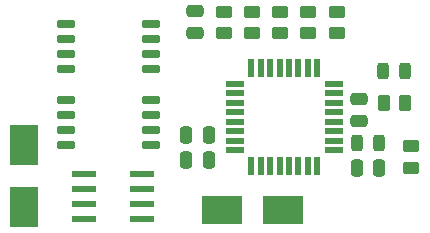
<source format=gbr>
%TF.GenerationSoftware,KiCad,Pcbnew,8.0.5*%
%TF.CreationDate,2024-09-30T08:41:21+06:00*%
%TF.ProjectId,MCU Datalogger,4d435520-4461-4746-916c-6f676765722e,rev?*%
%TF.SameCoordinates,Original*%
%TF.FileFunction,Paste,Top*%
%TF.FilePolarity,Positive*%
%FSLAX46Y46*%
G04 Gerber Fmt 4.6, Leading zero omitted, Abs format (unit mm)*
G04 Created by KiCad (PCBNEW 8.0.5) date 2024-09-30 08:41:21*
%MOMM*%
%LPD*%
G01*
G04 APERTURE LIST*
G04 Aperture macros list*
%AMRoundRect*
0 Rectangle with rounded corners*
0 $1 Rounding radius*
0 $2 $3 $4 $5 $6 $7 $8 $9 X,Y pos of 4 corners*
0 Add a 4 corners polygon primitive as box body*
4,1,4,$2,$3,$4,$5,$6,$7,$8,$9,$2,$3,0*
0 Add four circle primitives for the rounded corners*
1,1,$1+$1,$2,$3*
1,1,$1+$1,$4,$5*
1,1,$1+$1,$6,$7*
1,1,$1+$1,$8,$9*
0 Add four rect primitives between the rounded corners*
20,1,$1+$1,$2,$3,$4,$5,0*
20,1,$1+$1,$4,$5,$6,$7,0*
20,1,$1+$1,$6,$7,$8,$9,0*
20,1,$1+$1,$8,$9,$2,$3,0*%
G04 Aperture macros list end*
%ADD10RoundRect,0.150000X-0.650000X-0.150000X0.650000X-0.150000X0.650000X0.150000X-0.650000X0.150000X0*%
%ADD11RoundRect,0.250000X-0.450000X0.262500X-0.450000X-0.262500X0.450000X-0.262500X0.450000X0.262500X0*%
%ADD12RoundRect,0.068750X-0.666250X-0.206250X0.666250X-0.206250X0.666250X0.206250X-0.666250X0.206250X0*%
%ADD13RoundRect,0.068750X-0.206250X-0.666250X0.206250X-0.666250X0.206250X0.666250X-0.206250X0.666250X0*%
%ADD14RoundRect,0.073750X-0.911250X-0.221250X0.911250X-0.221250X0.911250X0.221250X-0.911250X0.221250X0*%
%ADD15RoundRect,0.250000X-0.475000X0.250000X-0.475000X-0.250000X0.475000X-0.250000X0.475000X0.250000X0*%
%ADD16R,3.500000X2.400000*%
%ADD17RoundRect,0.250000X0.250000X0.475000X-0.250000X0.475000X-0.250000X-0.475000X0.250000X-0.475000X0*%
%ADD18RoundRect,0.250000X-0.262500X-0.450000X0.262500X-0.450000X0.262500X0.450000X-0.262500X0.450000X0*%
%ADD19RoundRect,0.243750X0.243750X0.456250X-0.243750X0.456250X-0.243750X-0.456250X0.243750X-0.456250X0*%
%ADD20RoundRect,0.250000X-0.250000X-0.475000X0.250000X-0.475000X0.250000X0.475000X-0.250000X0.475000X0*%
%ADD21R,2.400000X3.500000*%
G04 APERTURE END LIST*
D10*
%TO.C,U3*%
X97550000Y-62595000D03*
X97550000Y-63865000D03*
X97550000Y-65135000D03*
X97550000Y-66405000D03*
X104750000Y-66405000D03*
X104750000Y-65135000D03*
X104750000Y-63865000D03*
X104750000Y-62595000D03*
%TD*%
D11*
%TO.C,R6*%
X118038000Y-63400000D03*
X118038000Y-61575000D03*
%TD*%
D12*
%TO.C,U2*%
X111830000Y-67700000D03*
X111830000Y-68500000D03*
X111830000Y-69300000D03*
X111830000Y-70100000D03*
X111830000Y-70900000D03*
X111830000Y-71700000D03*
X111830000Y-72500000D03*
X111830000Y-73300000D03*
D13*
X113200000Y-74670000D03*
X114000000Y-74670000D03*
X114800000Y-74670000D03*
X115600000Y-74670000D03*
X116400000Y-74670000D03*
X117200000Y-74670000D03*
X118000000Y-74670000D03*
X118800000Y-74670000D03*
D12*
X120170000Y-73300000D03*
X120170000Y-72500000D03*
X120170000Y-71700000D03*
X120170000Y-70900000D03*
X120170000Y-70100000D03*
X120170000Y-69300000D03*
X120170000Y-68500000D03*
X120170000Y-67700000D03*
D13*
X118800000Y-66330000D03*
X118000000Y-66330000D03*
X117200000Y-66330000D03*
X116400000Y-66330000D03*
X115600000Y-66330000D03*
X114800000Y-66330000D03*
X114000000Y-66330000D03*
X113200000Y-66330000D03*
%TD*%
D11*
%TO.C,R2*%
X110856000Y-63400000D03*
X110856000Y-61575000D03*
%TD*%
%TO.C,R1*%
X113250000Y-63400000D03*
X113250000Y-61575000D03*
%TD*%
D14*
%TO.C,U1*%
X103975000Y-75345000D03*
X103975000Y-76615000D03*
X103975000Y-77885000D03*
X103975000Y-79155000D03*
X99025000Y-79155000D03*
X99025000Y-77885000D03*
X99025000Y-76615000D03*
X99025000Y-75345000D03*
%TD*%
D11*
%TO.C,R5*%
X115644000Y-63400000D03*
X115644000Y-61575000D03*
%TD*%
D15*
%TO.C,C1*%
X108432000Y-63417500D03*
X108432000Y-61517500D03*
%TD*%
D16*
%TO.C,Y2*%
X115925600Y-78384400D03*
X110725600Y-78384400D03*
%TD*%
D11*
%TO.C,R7*%
X120432000Y-63400000D03*
X120432000Y-61575000D03*
%TD*%
D17*
%TO.C,C5*%
X109600000Y-74100000D03*
X107700000Y-74100000D03*
%TD*%
D18*
%TO.C,R3*%
X124437500Y-69350000D03*
X126262500Y-69350000D03*
%TD*%
D19*
%TO.C,D2*%
X124021800Y-72700000D03*
X122146800Y-72700000D03*
%TD*%
%TO.C,D1*%
X126250000Y-66600000D03*
X124375000Y-66600000D03*
%TD*%
D20*
%TO.C,C3*%
X122120000Y-74800000D03*
X124020000Y-74800000D03*
%TD*%
D21*
%TO.C,Y1*%
X94000000Y-72900000D03*
X94000000Y-78100000D03*
%TD*%
D17*
%TO.C,C4*%
X109600000Y-72000000D03*
X107700000Y-72000000D03*
%TD*%
D11*
%TO.C,R4*%
X126770000Y-72987500D03*
X126770000Y-74812500D03*
%TD*%
D10*
%TO.C,U4*%
X104750000Y-69095000D03*
X104750000Y-70365000D03*
X104750000Y-71635000D03*
X104750000Y-72905000D03*
X97550000Y-72905000D03*
X97550000Y-71635000D03*
X97550000Y-70365000D03*
X97550000Y-69095000D03*
%TD*%
D15*
%TO.C,C2*%
X122370000Y-68950000D03*
X122370000Y-70850000D03*
%TD*%
M02*

</source>
